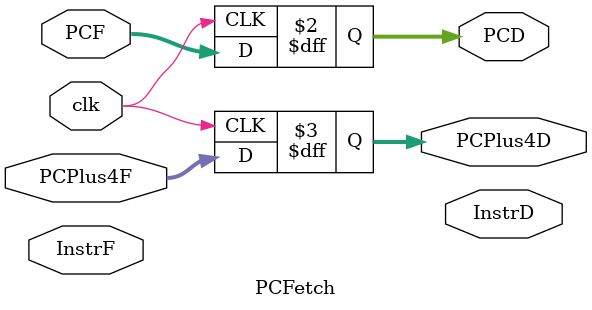
<source format=sv>
module PCFetch #(
    parameter WIDTH = 32,
)(
    input logic clk,
    input logic [WIDTH - 1:0] InstrF,
    input logic [WIDTH - 1:0] PCF,
    input logic [31:0] PCPlus4F,
    
    output logic [WIDTH - 1:0] InstrD,
    output logic [WIDTH - 1:0] PCD,
    output logic [WIDTH - 1:0] PCPlus4D,
    
);

always_ff @(posedge clk) begin
    instrD <= InstrF;
    PCD <= PCF;
    PCPlus4D <= PCPlus4F;
end

endmodule

</source>
